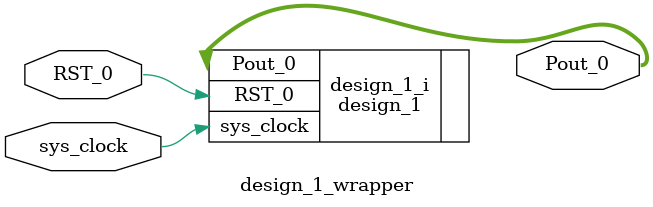
<source format=v>
`timescale 1 ps / 1 ps

module design_1_wrapper
   (Pout_0,
    RST_0,
    sys_clock);
  output [0:4]Pout_0;
  input RST_0;
  input sys_clock;

  wire [0:4]Pout_0;
  wire RST_0;
  wire sys_clock;

  design_1 design_1_i
       (.Pout_0(Pout_0),
        .RST_0(RST_0),
        .sys_clock(sys_clock));
endmodule

</source>
